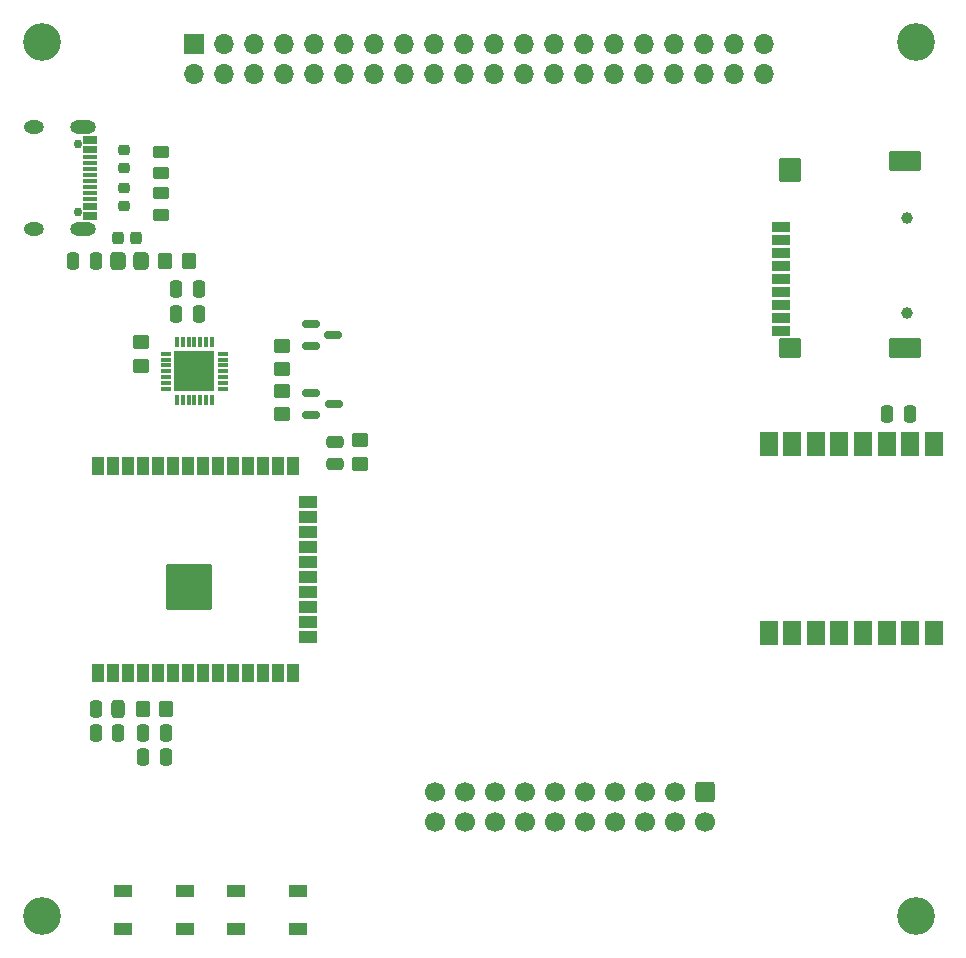
<source format=gts>
%TF.GenerationSoftware,KiCad,Pcbnew,8.0.6*%
%TF.CreationDate,2024-11-27T19:30:55+03:00*%
%TF.ProjectId,OBCv1,4f424376-312e-46b6-9963-61645f706362,rev?*%
%TF.SameCoordinates,Original*%
%TF.FileFunction,Soldermask,Top*%
%TF.FilePolarity,Negative*%
%FSLAX46Y46*%
G04 Gerber Fmt 4.6, Leading zero omitted, Abs format (unit mm)*
G04 Created by KiCad (PCBNEW 8.0.6) date 2024-11-27 19:30:55*
%MOMM*%
%LPD*%
G01*
G04 APERTURE LIST*
G04 Aperture macros list*
%AMRoundRect*
0 Rectangle with rounded corners*
0 $1 Rounding radius*
0 $2 $3 $4 $5 $6 $7 $8 $9 X,Y pos of 4 corners*
0 Add a 4 corners polygon primitive as box body*
4,1,4,$2,$3,$4,$5,$6,$7,$8,$9,$2,$3,0*
0 Add four circle primitives for the rounded corners*
1,1,$1+$1,$2,$3*
1,1,$1+$1,$4,$5*
1,1,$1+$1,$6,$7*
1,1,$1+$1,$8,$9*
0 Add four rect primitives between the rounded corners*
20,1,$1+$1,$2,$3,$4,$5,0*
20,1,$1+$1,$4,$5,$6,$7,0*
20,1,$1+$1,$6,$7,$8,$9,0*
20,1,$1+$1,$8,$9,$2,$3,0*%
G04 Aperture macros list end*
%ADD10RoundRect,0.250000X0.250000X0.475000X-0.250000X0.475000X-0.250000X-0.475000X0.250000X-0.475000X0*%
%ADD11C,0.752000*%
%ADD12RoundRect,0.051000X-0.575000X0.150000X-0.575000X-0.150000X0.575000X-0.150000X0.575000X0.150000X0*%
%ADD13O,2.202000X1.102000*%
%ADD14O,1.702000X1.102000*%
%ADD15R,1.700000X1.700000*%
%ADD16O,1.700000X1.700000*%
%ADD17RoundRect,0.271250X-0.379750X-0.479750X0.379750X-0.479750X0.379750X0.479750X-0.379750X0.479750X0*%
%ADD18RoundRect,0.250000X-0.250000X-0.475000X0.250000X-0.475000X0.250000X0.475000X-0.250000X0.475000X0*%
%ADD19R,1.550000X1.000000*%
%ADD20C,3.200000*%
%ADD21RoundRect,0.150000X-0.587500X-0.150000X0.587500X-0.150000X0.587500X0.150000X-0.587500X0.150000X0*%
%ADD22RoundRect,0.250000X-0.450000X0.262500X-0.450000X-0.262500X0.450000X-0.262500X0.450000X0.262500X0*%
%ADD23RoundRect,0.218750X0.256250X-0.218750X0.256250X0.218750X-0.256250X0.218750X-0.256250X-0.218750X0*%
%ADD24C,0.999997*%
%ADD25RoundRect,0.102000X0.650000X-0.350000X0.650000X0.350000X-0.650000X0.350000X-0.650000X-0.350000X0*%
%ADD26RoundRect,0.102000X0.825500X-0.723900X0.825500X0.723900X-0.825500X0.723900X-0.825500X-0.723900X0*%
%ADD27RoundRect,0.102000X1.219200X-0.723900X1.219200X0.723900X-1.219200X0.723900X-1.219200X-0.723900X0*%
%ADD28RoundRect,0.102000X0.825500X-0.927100X0.825500X0.927100X-0.825500X0.927100X-0.825500X-0.927100X0*%
%ADD29RoundRect,0.250000X-0.600000X0.600000X-0.600000X-0.600000X0.600000X-0.600000X0.600000X0.600000X0*%
%ADD30C,1.700000*%
%ADD31RoundRect,0.250000X0.450000X-0.350000X0.450000X0.350000X-0.450000X0.350000X-0.450000X-0.350000X0*%
%ADD32RoundRect,0.250000X-0.475000X0.250000X-0.475000X-0.250000X0.475000X-0.250000X0.475000X0.250000X0*%
%ADD33RoundRect,0.088000X-0.088000X0.363000X-0.088000X-0.363000X0.088000X-0.363000X0.088000X0.363000X0*%
%ADD34RoundRect,0.088000X-0.363000X0.088000X-0.363000X-0.088000X0.363000X-0.088000X0.363000X0.088000X0*%
%ADD35RoundRect,0.051000X-1.675000X1.675000X-1.675000X-1.675000X1.675000X-1.675000X1.675000X1.675000X0*%
%ADD36RoundRect,0.250000X-0.450000X0.350000X-0.450000X-0.350000X0.450000X-0.350000X0.450000X0.350000X0*%
%ADD37RoundRect,0.275500X0.275500X0.500500X-0.275500X0.500500X-0.275500X-0.500500X0.275500X-0.500500X0*%
%ADD38RoundRect,0.250000X-0.350000X-0.450000X0.350000X-0.450000X0.350000X0.450000X-0.350000X0.450000X0*%
%ADD39RoundRect,0.250000X0.350000X0.450000X-0.350000X0.450000X-0.350000X-0.450000X0.350000X-0.450000X0*%
%ADD40R,1.500000X2.000000*%
%ADD41RoundRect,0.051000X0.450000X-0.750000X0.450000X0.750000X-0.450000X0.750000X-0.450000X-0.750000X0*%
%ADD42RoundRect,0.051000X0.750000X0.450000X-0.750000X0.450000X-0.750000X-0.450000X0.750000X-0.450000X0*%
%ADD43C,0.702000*%
%ADD44RoundRect,0.051000X1.900000X-1.900000X1.900000X1.900000X-1.900000X1.900000X-1.900000X-1.900000X0*%
%ADD45RoundRect,0.244250X0.244250X0.281750X-0.244250X0.281750X-0.244250X-0.281750X0.244250X-0.281750X0*%
%ADD46RoundRect,0.250000X0.450000X-0.262500X0.450000X0.262500X-0.450000X0.262500X-0.450000X-0.262500X0*%
%ADD47RoundRect,0.218750X-0.256250X0.218750X-0.256250X-0.218750X0.256250X-0.218750X0.256250X0.218750X0*%
G04 APERTURE END LIST*
D10*
%TO.C,C5*%
X64520259Y-110235491D03*
X62620259Y-110235491D03*
%TD*%
D11*
%TO.C,J2*%
X57070259Y-58355491D03*
X57070259Y-64135491D03*
D12*
X58135259Y-57895491D03*
X58135259Y-58695491D03*
X58135259Y-59995491D03*
X58135259Y-60995491D03*
X58135259Y-61495491D03*
X58135259Y-62495491D03*
X58135259Y-63795491D03*
X58135259Y-64595491D03*
X58135259Y-64295491D03*
X58135259Y-63495491D03*
X58135259Y-62995491D03*
X58135259Y-61995491D03*
X58135259Y-60495491D03*
X58135259Y-59495491D03*
X58135259Y-58995491D03*
X58135259Y-58195491D03*
D13*
X57570259Y-56925491D03*
D14*
X53390259Y-56925491D03*
D13*
X57570259Y-65565491D03*
D14*
X53390259Y-65565491D03*
%TD*%
D15*
%TO.C,J1*%
X66970259Y-49885491D03*
D16*
X66970259Y-52425491D03*
X69510259Y-49885491D03*
X69510259Y-52425491D03*
X72050259Y-49885491D03*
X72050259Y-52425491D03*
X74590259Y-49885491D03*
X74590259Y-52425491D03*
X77130259Y-49885491D03*
X77130259Y-52425491D03*
X79670259Y-49885491D03*
X79670259Y-52425491D03*
X82210259Y-49885491D03*
X82210259Y-52425491D03*
X84750259Y-49885491D03*
X84750259Y-52425491D03*
X87290259Y-49885491D03*
X87290259Y-52425491D03*
X89830259Y-49885491D03*
X89830259Y-52425491D03*
X92370259Y-49885491D03*
X92370259Y-52425491D03*
X94910259Y-49885491D03*
X94910259Y-52425491D03*
X97450259Y-49885491D03*
X97450259Y-52425491D03*
X99990259Y-49885491D03*
X99990259Y-52425491D03*
X102530259Y-49885491D03*
X102530259Y-52425491D03*
X105070259Y-49885491D03*
X105070259Y-52425491D03*
X107610259Y-49885491D03*
X107610259Y-52425491D03*
X110150259Y-49885491D03*
X110150259Y-52425491D03*
X112690259Y-49885491D03*
X112690259Y-52425491D03*
X115230259Y-49885491D03*
X115230259Y-52425491D03*
%TD*%
D17*
%TO.C,R3*%
X60470259Y-68235491D03*
X62470259Y-68235491D03*
%TD*%
D18*
%TO.C,C4*%
X65420259Y-70605491D03*
X67320259Y-70605491D03*
%TD*%
D19*
%TO.C,S1*%
X66195259Y-124835491D03*
X66195259Y-121635491D03*
X60945259Y-121635491D03*
X60945259Y-124835491D03*
%TD*%
D20*
%TO.C,H4*%
X128089824Y-49732000D03*
%TD*%
D10*
%TO.C,C7*%
X64520259Y-108235491D03*
X62620259Y-108235491D03*
%TD*%
D21*
%TO.C,Q1*%
X76870259Y-79435491D03*
X76870259Y-81335491D03*
X78745259Y-80385491D03*
%TD*%
D22*
%TO.C,R2*%
X64170259Y-62522991D03*
X64170259Y-64347991D03*
%TD*%
D23*
%TO.C,D3*%
X60970259Y-63622991D03*
X60970259Y-62047991D03*
%TD*%
D24*
%TO.C,MICRO_SD1*%
X127325859Y-72639291D03*
X127325859Y-64663691D03*
D25*
X116621459Y-65405691D03*
X116621459Y-66505691D03*
X116621459Y-67605691D03*
X116621459Y-68705691D03*
X116621459Y-69805691D03*
X116621459Y-70905691D03*
X116621459Y-72005691D03*
X116621459Y-73105691D03*
X116621459Y-74205691D03*
D26*
X117395259Y-75624091D03*
D27*
X127095259Y-75624091D03*
X127095259Y-59799291D03*
D28*
X117395259Y-60574291D03*
%TD*%
D29*
%TO.C,J3*%
X110190259Y-113195491D03*
D30*
X110190259Y-115735491D03*
X107650259Y-113195491D03*
X107650259Y-115735491D03*
X105110259Y-113195491D03*
X105110259Y-115735491D03*
X102570259Y-113195491D03*
X102570259Y-115735491D03*
X100030259Y-113195491D03*
X100030259Y-115735491D03*
X97490259Y-113195491D03*
X97490259Y-115735491D03*
X94950259Y-113195491D03*
X94950259Y-115735491D03*
X92410259Y-113195491D03*
X92410259Y-115735491D03*
X89870259Y-113195491D03*
X89870259Y-115735491D03*
X87330259Y-113195491D03*
X87330259Y-115735491D03*
%TD*%
D31*
%TO.C,R7*%
X74370259Y-81235491D03*
X74370259Y-79235491D03*
%TD*%
D32*
%TO.C,C6*%
X78870259Y-83585491D03*
X78870259Y-85485491D03*
%TD*%
D10*
%TO.C,C9*%
X60520259Y-108235491D03*
X58620259Y-108235491D03*
%TD*%
D33*
%TO.C,U2*%
X68470259Y-75165491D03*
X67970259Y-75165491D03*
X67470259Y-75165491D03*
X66970259Y-75165491D03*
X66470259Y-75165491D03*
X65970259Y-75165491D03*
X65470259Y-75165491D03*
D34*
X64520259Y-76115491D03*
X64520259Y-76615491D03*
X64520259Y-77115491D03*
X64520259Y-77615491D03*
X64520259Y-78115491D03*
X64520259Y-78615491D03*
X64520259Y-79115491D03*
D33*
X65470259Y-80065491D03*
X65970259Y-80065491D03*
X66470259Y-80065491D03*
X66970259Y-80065491D03*
X67470259Y-80065491D03*
X67970259Y-80065491D03*
X68470259Y-80065491D03*
D34*
X69420259Y-79115491D03*
X69420259Y-78615491D03*
X69420259Y-78115491D03*
X69420259Y-77615491D03*
X69420259Y-77115491D03*
X69420259Y-76615491D03*
X69420259Y-76115491D03*
D35*
X66970259Y-77615491D03*
%TD*%
D36*
%TO.C,R9*%
X80970259Y-83435491D03*
X80970259Y-85435491D03*
%TD*%
D37*
%TO.C,C8*%
X60520259Y-106235491D03*
D10*
X58620259Y-106235491D03*
%TD*%
D38*
%TO.C,R4*%
X64470259Y-68235491D03*
X66470259Y-68235491D03*
%TD*%
D39*
%TO.C,R8*%
X64570259Y-106235491D03*
X62570259Y-106235491D03*
%TD*%
D20*
%TO.C,H1*%
X54050000Y-123750000D03*
%TD*%
D18*
%TO.C,C2*%
X125620259Y-81235491D03*
X127520259Y-81235491D03*
%TD*%
%TO.C,C3*%
X65420259Y-72735491D03*
X67320259Y-72735491D03*
%TD*%
D40*
%TO.C,U3*%
X129570259Y-83735491D03*
X127570259Y-83735491D03*
X125570259Y-83735491D03*
X123570259Y-83735491D03*
X121570259Y-83735491D03*
X119570259Y-83735491D03*
X117570259Y-83735491D03*
X115570259Y-83735491D03*
X115570259Y-99735491D03*
X117570259Y-99735491D03*
X119570259Y-99735491D03*
X121570259Y-99735491D03*
X123570259Y-99735491D03*
X125570259Y-99735491D03*
X127570259Y-99735491D03*
X129570259Y-99735491D03*
%TD*%
D36*
%TO.C,R6*%
X74370259Y-75435491D03*
X74370259Y-77435491D03*
%TD*%
D41*
%TO.C,U1*%
X58810259Y-103125491D03*
X60080259Y-103125491D03*
X61350259Y-103125491D03*
X62620259Y-103125491D03*
X63890259Y-103125491D03*
X65160259Y-103125491D03*
X66430259Y-103125491D03*
X67700259Y-103125491D03*
X68970259Y-103125491D03*
X70240259Y-103125491D03*
X71510259Y-103125491D03*
X72780259Y-103125491D03*
X74050259Y-103125491D03*
X75320259Y-103125491D03*
D42*
X76570259Y-100085491D03*
X76570259Y-98815491D03*
X76570259Y-97545491D03*
X76570259Y-96275491D03*
X76570259Y-95005491D03*
X76570259Y-93735491D03*
X76570259Y-92465491D03*
X76570259Y-91195491D03*
X76570259Y-89925491D03*
X76570259Y-88655491D03*
D41*
X75320259Y-85625491D03*
X74050259Y-85625491D03*
X72780259Y-85625491D03*
X71510259Y-85625491D03*
X70240259Y-85625491D03*
X68970259Y-85625491D03*
X67700259Y-85625491D03*
X66430259Y-85625491D03*
X65160259Y-85625491D03*
X63890259Y-85625491D03*
X62620259Y-85625491D03*
X61350259Y-85625491D03*
X60080259Y-85625491D03*
X58810259Y-85625491D03*
D43*
X65830259Y-97275491D03*
X67230259Y-97275491D03*
X65130259Y-96575491D03*
X66530259Y-96575491D03*
X67930259Y-96575491D03*
X65830259Y-95900491D03*
X67230259Y-95900491D03*
D44*
X66530259Y-95875491D03*
D43*
X65130259Y-95175491D03*
X66530259Y-95175491D03*
X67930259Y-95175491D03*
X65830259Y-94475491D03*
X67230259Y-94475491D03*
%TD*%
D45*
%TO.C,D1*%
X62057759Y-66335491D03*
X60482759Y-66335491D03*
%TD*%
D20*
%TO.C,H2*%
X128089824Y-123749705D03*
%TD*%
%TO.C,H3*%
X54051388Y-49710258D03*
%TD*%
D36*
%TO.C,R5*%
X62470259Y-75165491D03*
X62470259Y-77165491D03*
%TD*%
D21*
%TO.C,Q2*%
X76832759Y-73585491D03*
X76832759Y-75485491D03*
X78707759Y-74535491D03*
%TD*%
D10*
%TO.C,C1*%
X58620259Y-68235491D03*
X56720259Y-68235491D03*
%TD*%
D46*
%TO.C,R1*%
X64170259Y-60847991D03*
X64170259Y-59022991D03*
%TD*%
D19*
%TO.C,S2*%
X75695259Y-124835491D03*
X75695259Y-121635491D03*
X70445259Y-121635491D03*
X70445259Y-124835491D03*
%TD*%
D47*
%TO.C,D2*%
X60970259Y-58847991D03*
X60970259Y-60422991D03*
%TD*%
M02*

</source>
